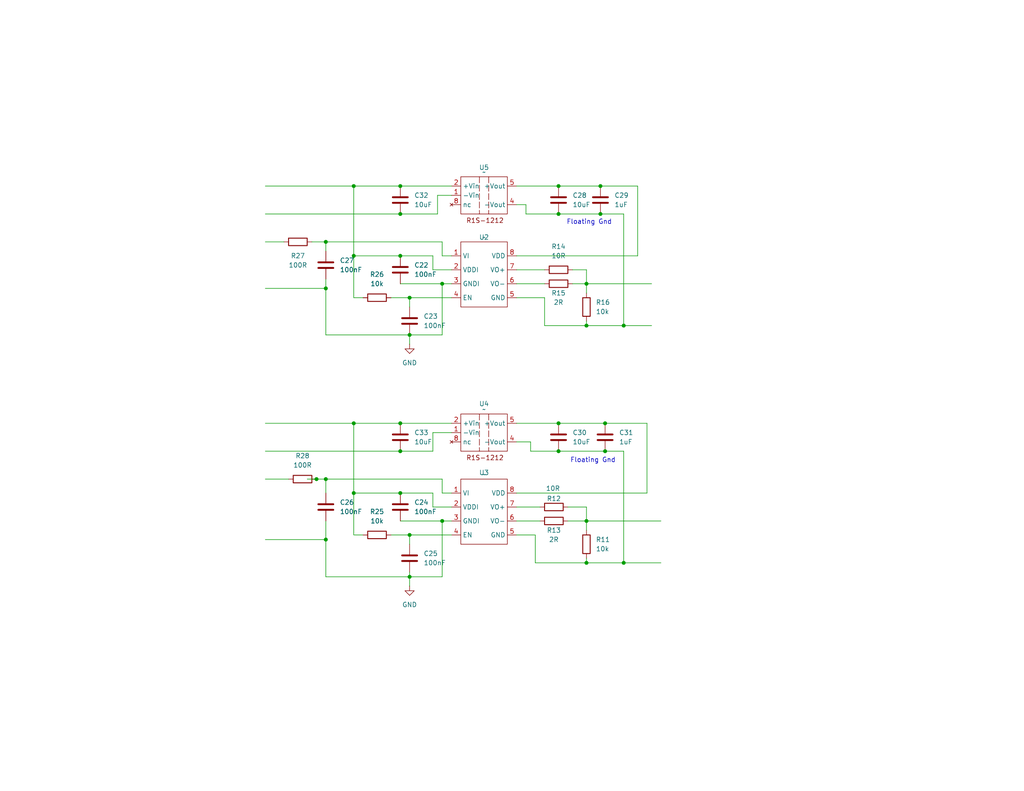
<source format=kicad_sch>
(kicad_sch (version 20231120) (generator "eeschema") (generator_version "8.0")
  (paper "USLetter")
  (title_block (title "Triple Pulse Core Tester") (date "2025-01-31") (rev "0") (comment 4 "Isolated Gate Driver"))
  (lib_symbols
    (symbol "Device:C" (pin_numbers hide) (pin_names (offset 0.254))
      (property "Reference" "C" (at 0.635 2.54 0))
      (property "Value" "C" (at 0.635 -2.54 0))
      (symbol "C_0_1"
        (polyline (pts (xy -2.032 -0.762) (xy 2.032 -0.762)) (stroke (width 0.508)))
        (polyline (pts (xy -2.032 0.762) (xy 2.032 0.762)) (stroke (width 0.508)))
      )
      (symbol "C_1_1"
        (pin passive line (at 0 3.81 270) (length 2.794) (name "~") (number "1"))
        (pin passive line (at 0 -3.81 90) (length 2.794) (name "~") (number "2"))
      )
    )
    (symbol "Device:R" (pin_numbers hide) (pin_names (offset 0))
      (property "Reference" "R" (at 2.032 0 90))
      (property "Value" "R" (at 0 0 90))
      (symbol "R_0_1"
        (rectangle (start -1.016 -2.54) (end 1.016 2.54) (stroke (width 0.254)))
      )
      (symbol "R_1_1"
        (pin passive line (at 0 3.81 270) (length 1.27) (name "~") (number "1"))
        (pin passive line (at 0 -3.81 90) (length 1.27) (name "~") (number "2"))
      )
    )
    (symbol "GS_Library:R1S-1212"
      (property "Reference" "U" (at 0 6.858 0))
      (symbol "R1S-1212_0_1"
        (rectangle (start -6.35 5.08) (end 6.35 -5.08))
      )
      (symbol "R1S-1212_1_1"
        (polyline (pts (xy -1.27 5.08) (xy -1.27 -5.08)) (stroke (width 0) (type dash)))
        (polyline (pts (xy 1.27 5.08) (xy 1.27 -5.08)) (stroke (width 0) (type dash)))
        (text "R1S-1212" (at 0.254 -6.858 0) (effects (font (size 1.27 1.27))))
        (pin power_in line (at -8.89 0 0) (length 2.54) (name "-Vin") (number "1"))
        (pin power_in line (at -8.89 2.54 0) (length 2.54) (name "+Vin") (number "2"))
        (pin power_out line (at 8.89 -2.54 180) (length 2.54) (name "-Vout") (number "4"))
        (pin power_out line (at 8.89 2.54 180) (length 2.54) (name "+Vout") (number "5"))
        (pin no_connect line (at -8.89 -2.54 0) (length 2.54) (name "nc") (number "8"))
      )
    )
    (symbol "GS_Library:Si8271DB"
      (property "Reference" "U" (at -1.27 10.414 0))
      (symbol "Si8271DB_0_1"
        (rectangle (start -6.35 8.89) (end 6.35 -8.89))
      )
      (symbol "Si8271DB_1_1"
        (pin input line (at -8.89 5.08 0) (length 2.54) (name "VI") (number "1"))
        (pin power_in line (at -8.89 1.27 0) (length 2.54) (name "VDDI") (number "2"))
        (pin power_in line (at -8.89 -2.54 0) (length 2.54) (name "GNDI") (number "3"))
        (pin input line (at -8.89 -6.35 0) (length 2.54) (name "EN") (number "4"))
        (pin power_in line (at 8.89 -6.35 180) (length 2.54) (name "GND") (number "5"))
        (pin output line (at 8.89 -2.54 180) (length 2.54) (name "VO-") (number "6"))
        (pin output line (at 8.89 1.27 180) (length 2.54) (name "VO+") (number "7"))
        (pin power_in line (at 8.89 5.08 180) (length 2.54) (name "VDD") (number "8"))
      )
    )
    (symbol "power:GND" (power) (pin_numbers hide) (pin_names (offset 0) hide)
      (property "Value" "GND" (at 0 -3.81 0))
      (symbol "GND_0_1"
        (polyline (pts (xy 0 0) (xy 0 -1.27) (xy 1.27 -1.27) (xy 0 -2.54) (xy -1.27 -1.27) (xy 0 -1.27)))
      )
      (symbol "GND_1_1"
        (pin power_in line (at 0 0 270) (length 0) (name "~") (number "1"))
      )
    )
  )
  (junction (at 111.76 146.05))
  (junction (at 109.22 69.85))
  (junction (at 160.02 88.9))
  (junction (at 109.22 123.19))
  (junction (at 165.1 115.57))
  (junction (at 160.02 77.47))
  (junction (at 96.52 134.62))
  (junction (at 109.22 58.42))
  (junction (at 165.1 123.19))
  (junction (at 96.52 69.85))
  (junction (at 160.02 153.67))
  (junction (at 111.76 91.44))
  (junction (at 109.22 50.8))
  (junction (at 120.65 142.24))
  (junction (at 160.02 142.24))
  (junction (at 88.9 78.74))
  (junction (at 96.52 115.57))
  (junction (at 152.4 58.42))
  (junction (at 96.52 50.8))
  (junction (at 88.9 66.04))
  (junction (at 111.76 157.48))
  (junction (at 88.9 130.81))
  (junction (at 170.18 153.67))
  (junction (at 109.22 115.57))
  (junction (at 163.83 50.8))
  (junction (at 152.4 123.19))
  (junction (at 86.36 130.81))
  (junction (at 152.4 50.8))
  (junction (at 170.18 88.9))
  (junction (at 109.22 134.62))
  (junction (at 152.4 115.57))
  (junction (at 163.83 58.42))
  (junction (at 120.65 77.47))
  (junction (at 111.76 81.28))
  (junction (at 88.9 147.32))
  (wire (pts (xy 109.22 134.62) (xy 96.52 134.62)))
  (wire (pts (xy 72.39 115.57) (xy 96.52 115.57)))
  (wire (pts (xy 88.9 147.32) (xy 88.9 157.48)))
  (wire (pts (xy 88.9 91.44) (xy 111.76 91.44)))
  (wire (pts (xy 120.65 142.24) (xy 120.65 157.48)))
  (wire (pts (xy 72.39 78.74) (xy 88.9 78.74)))
  (wire (pts (xy 72.39 130.81) (xy 78.74 130.81)))
  (wire (pts (xy 123.19 142.24) (xy 120.65 142.24)))
  (wire (pts (xy 154.94 138.43) (xy 160.02 138.43)))
  (wire (pts (xy 118.11 69.85) (xy 118.11 73.66)))
  (wire (pts (xy 120.65 91.44) (xy 120.65 77.47)))
  (wire (pts (xy 146.05 153.67) (xy 160.02 153.67)))
  (wire (pts (xy 152.4 50.8) (xy 163.83 50.8)))
  (wire (pts (xy 160.02 142.24) (xy 180.34 142.24)))
  (wire (pts (xy 111.76 91.44) (xy 120.65 91.44)))
  (wire (pts (xy 118.11 118.11) (xy 123.19 118.11)))
  (wire (pts (xy 140.97 120.65) (xy 144.78 120.65)))
  (wire (pts (xy 123.19 134.62) (xy 120.65 134.62)))
  (wire (pts (xy 106.68 146.05) (xy 111.76 146.05)))
  (wire (pts (xy 160.02 138.43) (xy 160.02 142.24)))
  (wire (pts (xy 111.76 157.48) (xy 111.76 160.02)))
  (wire (pts (xy 120.65 77.47) (xy 123.19 77.47)))
  (wire (pts (xy 119.38 53.34) (xy 123.19 53.34)))
  (wire (pts (xy 106.68 81.28) (xy 111.76 81.28)))
  (wire (pts (xy 118.11 134.62) (xy 118.11 138.43)))
  (wire (pts (xy 88.9 130.81) (xy 88.9 134.62)))
  (wire (pts (xy 144.78 120.65) (xy 144.78 123.19)))
  (wire (pts (xy 152.4 58.42) (xy 163.83 58.42)))
  (wire (pts (xy 111.76 156.21) (xy 111.76 157.48)))
  (wire (pts (xy 96.52 50.8) (xy 96.52 69.85)))
  (wire (pts (xy 96.52 81.28) (xy 99.06 81.28)))
  (wire (pts (xy 140.97 77.47) (xy 148.59 77.47)))
  (wire (pts (xy 111.76 91.44) (xy 111.76 93.98)))
  (wire (pts (xy 96.52 115.57) (xy 96.52 134.62)))
  (wire (pts (xy 118.11 73.66) (xy 123.19 73.66)))
  (wire (pts (xy 160.02 152.4) (xy 160.02 153.67)))
  (wire (pts (xy 165.1 123.19) (xy 170.18 123.19)))
  (wire (pts (xy 140.97 146.05) (xy 146.05 146.05)))
  (wire (pts (xy 111.76 81.28) (xy 111.76 83.82)))
  (wire (pts (xy 148.59 81.28) (xy 148.59 88.9)))
  (wire (pts (xy 160.02 142.24) (xy 160.02 144.78)))
  (wire (pts (xy 156.21 77.47) (xy 160.02 77.47)))
  (wire (pts (xy 88.9 76.2) (xy 88.9 78.74)))
  (wire (pts (xy 109.22 50.8) (xy 123.19 50.8)))
  (wire (pts (xy 118.11 118.11) (xy 118.11 123.19)))
  (wire (pts (xy 119.38 58.42) (xy 119.38 53.34)))
  (wire (pts (xy 140.97 115.57) (xy 152.4 115.57)))
  (wire (pts (xy 123.19 69.85) (xy 120.65 69.85)))
  (wire (pts (xy 140.97 81.28) (xy 148.59 81.28)))
  (wire (pts (xy 160.02 153.67) (xy 170.18 153.67)))
  (wire (pts (xy 86.36 130.81) (xy 88.9 130.81)))
  (wire (pts (xy 140.97 73.66) (xy 148.59 73.66)))
  (wire (pts (xy 111.76 146.05) (xy 123.19 146.05)))
  (wire (pts (xy 146.05 146.05) (xy 146.05 153.67)))
  (wire (pts (xy 140.97 142.24) (xy 147.32 142.24)))
  (wire (pts (xy 109.22 77.47) (xy 120.65 77.47)))
  (wire (pts (xy 120.65 69.85) (xy 120.65 66.04)))
  (wire (pts (xy 163.83 50.8) (xy 173.99 50.8)))
  (wire (pts (xy 83.82 130.81) (xy 86.36 130.81)))
  (wire (pts (xy 148.59 88.9) (xy 160.02 88.9)))
  (wire (pts (xy 165.1 115.57) (xy 176.53 115.57)))
  (wire (pts (xy 109.22 142.24) (xy 120.65 142.24)))
  (wire (pts (xy 88.9 78.74) (xy 88.9 91.44)))
  (wire (pts (xy 140.97 50.8) (xy 152.4 50.8)))
  (wire (pts (xy 109.22 69.85) (xy 118.11 69.85)))
  (wire (pts (xy 109.22 115.57) (xy 123.19 115.57)))
  (wire (pts (xy 143.51 55.88) (xy 143.51 58.42)))
  (wire (pts (xy 154.94 142.24) (xy 160.02 142.24)))
  (wire (pts (xy 120.65 134.62) (xy 120.65 130.81)))
  (wire (pts (xy 109.22 69.85) (xy 96.52 69.85)))
  (wire (pts (xy 170.18 58.42) (xy 170.18 88.9)))
  (wire (pts (xy 96.52 50.8) (xy 109.22 50.8)))
  (wire (pts (xy 152.4 123.19) (xy 165.1 123.19)))
  (wire (pts (xy 111.76 81.28) (xy 123.19 81.28)))
  (wire (pts (xy 160.02 73.66) (xy 160.02 77.47)))
  (wire (pts (xy 170.18 153.67) (xy 180.34 153.67)))
  (wire (pts (xy 72.39 58.42) (xy 109.22 58.42)))
  (wire (pts (xy 176.53 115.57) (xy 176.53 134.62)))
  (wire (pts (xy 96.52 146.05) (xy 99.06 146.05)))
  (wire (pts (xy 109.22 58.42) (xy 119.38 58.42)))
  (wire (pts (xy 163.83 58.42) (xy 170.18 58.42)))
  (wire (pts (xy 109.22 134.62) (xy 118.11 134.62)))
  (wire (pts (xy 156.21 73.66) (xy 160.02 73.66)))
  (wire (pts (xy 140.97 138.43) (xy 147.32 138.43)))
  (wire (pts (xy 72.39 147.32) (xy 88.9 147.32)))
  (wire (pts (xy 140.97 55.88) (xy 143.51 55.88)))
  (wire (pts (xy 96.52 69.85) (xy 96.52 81.28)))
  (wire (pts (xy 72.39 66.04) (xy 77.47 66.04)))
  (wire (pts (xy 88.9 66.04) (xy 120.65 66.04)))
  (wire (pts (xy 88.9 157.48) (xy 111.76 157.48)))
  (wire (pts (xy 111.76 157.48) (xy 120.65 157.48)))
  (wire (pts (xy 160.02 88.9) (xy 170.18 88.9)))
  (wire (pts (xy 170.18 123.19) (xy 170.18 153.67)))
  (wire (pts (xy 152.4 115.57) (xy 165.1 115.57)))
  (wire (pts (xy 96.52 134.62) (xy 96.52 146.05)))
  (wire (pts (xy 176.53 134.62) (xy 140.97 134.62)))
  (wire (pts (xy 170.18 88.9) (xy 177.8 88.9)))
  (wire (pts (xy 173.99 69.85) (xy 140.97 69.85)))
  (wire (pts (xy 160.02 87.63) (xy 160.02 88.9)))
  (wire (pts (xy 88.9 66.04) (xy 88.9 68.58)))
  (wire (pts (xy 144.78 123.19) (xy 152.4 123.19)))
  (wire (pts (xy 72.39 50.8) (xy 96.52 50.8)))
  (wire (pts (xy 173.99 50.8) (xy 173.99 69.85)))
  (wire (pts (xy 160.02 77.47) (xy 160.02 80.01)))
  (wire (pts (xy 143.51 58.42) (xy 152.4 58.42)))
  (wire (pts (xy 160.02 77.47) (xy 177.8 77.47)))
  (wire (pts (xy 88.9 142.24) (xy 88.9 147.32)))
  (wire (pts (xy 118.11 138.43) (xy 123.19 138.43)))
  (wire (pts (xy 88.9 130.81) (xy 120.65 130.81)))
  (wire (pts (xy 96.52 115.57) (xy 109.22 115.57)))
  (wire (pts (xy 72.39 123.19) (xy 109.22 123.19)))
  (wire (pts (xy 109.22 123.19) (xy 118.11 123.19)))
  (wire (pts (xy 85.09 66.04) (xy 88.9 66.04)))
  (wire (pts (xy 111.76 146.05) (xy 111.76 148.59)))
  (text "Floating Gnd" (at 160.782 60.706 0) (effects (font (size 1.27 1.27))))
  (text "Floating Gnd" (at 161.798 125.73 0) (effects (font (size 1.27 1.27))))
  (symbol (lib_id "Device:C") (at 109.22 138.43 0) (unit 1)
    (property "Reference" "C24" (at 113.03 137.1599 0) (effects (justify left)))
    (property "Value" "100nF" (at 113.03 139.6999 0) (effects (justify left)))
    (property "Footprint" "Capacitor_SMD:C_0805_2012Metric" (effects (hide yes)))
    (property "Description" "Unpolarized capacitor" (effects (hide yes)))
  )
  (symbol (lib_id "Device:C") (at 109.22 119.38 0) (unit 1)
    (property "Reference" "C33" (at 113.03 118.1099 0) (effects (justify left)))
    (property "Value" "10uF" (at 113.03 120.6499 0) (effects (justify left)))
    (property "Footprint" "Capacitor_SMD:C_0805_2012Metric" (effects (hide yes)))
    (property "Description" "Unpolarized capacitor" (effects (hide yes)))
  )
  (symbol (lib_id "Device:C") (at 165.1 119.38 0) (unit 1)
    (property "Reference" "C31" (at 168.91 118.1099 0) (effects (justify left)))
    (property "Value" "1uF" (at 168.91 120.6499 0) (effects (justify left)))
    (property "Footprint" "Capacitor_SMD:C_0805_2012Metric" (effects (hide yes)))
    (property "Description" "Unpolarized capacitor" (effects (hide yes)))
  )
  (symbol (lib_id "Device:C") (at 88.9 138.43 0) (unit 1)
    (property "Reference" "C26" (at 92.71 137.1599 0) (effects (justify left)))
    (property "Value" "100nF" (at 92.71 139.6999 0) (effects (justify left)))
    (property "Footprint" "Capacitor_SMD:C_0805_2012Metric" (effects (hide yes)))
    (property "Description" "Unpolarized capacitor" (effects (hide yes)))
  )
  (symbol (lib_id "Device:C") (at 111.76 87.63 0) (unit 1)
    (property "Reference" "C23" (at 115.57 86.3599 0) (effects (justify left)))
    (property "Value" "100nF" (at 115.57 88.8999 0) (effects (justify left)))
    (property "Footprint" "Capacitor_SMD:C_0805_2012Metric" (effects (hide yes)))
    (property "Description" "Unpolarized capacitor" (effects (hide yes)))
  )
  (symbol (lib_id "Device:R") (at 160.02 148.59 0) (unit 1)
    (property "Reference" "R11" (at 162.56 147.3199 0) (effects (justify left)))
    (property "Value" "10k" (at 162.56 149.8599 0) (effects (justify left)))
    (property "Footprint" "Resistor_SMD:R_0805_2012Metric" (effects (hide yes)))
    (property "Description" "Resistor" (effects (hide yes)))
  )
  (symbol (lib_id "Device:R") (at 160.02 83.82 0) (unit 1)
    (property "Reference" "R16" (at 162.56 82.5499 0) (effects (justify left)))
    (property "Value" "10k" (at 162.56 85.0899 0) (effects (justify left)))
    (property "Footprint" "Resistor_SMD:R_0805_2012Metric" (effects (hide yes)))
    (property "Description" "Resistor" (effects (hide yes)))
  )
  (symbol (lib_id "Device:C") (at 109.22 73.66 0) (unit 1)
    (property "Reference" "C22" (at 113.03 72.3899 0) (effects (justify left)))
    (property "Value" "100nF" (at 113.03 74.9299 0) (effects (justify left)))
    (property "Footprint" "Capacitor_SMD:C_0805_2012Metric" (effects (hide yes)))
    (property "Description" "Unpolarized capacitor" (effects (hide yes)))
  )
  (symbol (lib_id "Device:R") (at 81.28 66.04 90) (unit 1)
    (property "Reference" "R27" (at 81.28 69.85 90))
    (property "Value" "100R" (at 81.28 72.39 90))
    (property "Footprint" "Resistor_SMD:R_0805_2012Metric" (effects (hide yes)))
    (property "Description" "Resistor" (effects (hide yes)))
  )
  (symbol (lib_id "Device:R") (at 151.13 138.43 90) (unit 1)
    (property "Reference" "R12" (at 151.13 136.144 90))
    (property "Value" "10R" (at 150.876 133.35 90))
    (property "Footprint" "Resistor_SMD:R_0805_2012Metric" (effects (hide yes)))
    (property "Description" "Resistor" (effects (hide yes)))
  )
  (symbol (lib_id "power:GND") (at 111.76 93.98 0) (unit 1)
    (property "Reference" "#PWR015" (effects (hide yes)))
    (property "Value" "GND" (at 111.76 99.06 0))
    (property "Description" "Power symbol creates a global label with name \"GND\" , ground" (effects (hide yes)))
  )
  (symbol (lib_id "GS_Library:R1S-1212") (at 132.08 118.11 0) (unit 1)
    (property "Reference" "U4" (at 132.08 110.236 0))
    (property "Value" "~" (at 132.08 111.76 0))
    (property "Footprint" "GS_Library:5_pin_single_smd" (effects (hide yes)))
  )
  (symbol (lib_id "Device:R") (at 151.13 142.24 90) (unit 1)
    (property "Reference" "R13" (at 151.13 144.78 90))
    (property "Value" "2R" (at 151.13 147.32 90))
    (property "Footprint" "Resistor_SMD:R_0805_2012Metric" (effects (hide yes)))
    (property "Description" "Resistor" (effects (hide yes)))
  )
  (symbol (lib_id "Device:C") (at 163.83 54.61 0) (unit 1)
    (property "Reference" "C29" (at 167.64 53.3399 0) (effects (justify left)))
    (property "Value" "1uF" (at 167.64 55.8799 0) (effects (justify left)))
    (property "Footprint" "Capacitor_SMD:C_0805_2012Metric" (effects (hide yes)))
    (property "Description" "Unpolarized capacitor" (effects (hide yes)))
  )
  (symbol (lib_id "Device:R") (at 152.4 73.66 90) (unit 1)
    (property "Reference" "R14" (at 152.4 67.31 90))
    (property "Value" "10R" (at 152.4 69.85 90))
    (property "Footprint" "Resistor_SMD:R_0805_2012Metric" (effects (hide yes)))
    (property "Description" "Resistor" (effects (hide yes)))
  )
  (symbol (lib_id "Device:C") (at 88.9 72.39 0) (unit 1)
    (property "Reference" "C27" (at 92.71 71.1199 0) (effects (justify left)))
    (property "Value" "100nF" (at 92.71 73.6599 0) (effects (justify left)))
    (property "Footprint" "Capacitor_SMD:C_0805_2012Metric" (effects (hide yes)))
    (property "Description" "Unpolarized capacitor" (effects (hide yes)))
  )
  (symbol (lib_id "Device:C") (at 109.22 54.61 0) (unit 1)
    (property "Reference" "C32" (at 113.03 53.3399 0) (effects (justify left)))
    (property "Value" "10uF" (at 113.03 55.8799 0) (effects (justify left)))
    (property "Footprint" "Capacitor_SMD:C_0805_2012Metric" (effects (hide yes)))
    (property "Description" "Unpolarized capacitor" (effects (hide yes)))
  )
  (symbol (lib_id "Device:R") (at 82.55 130.81 90) (unit 1)
    (property "Reference" "R28" (at 82.55 124.46 90))
    (property "Value" "100R" (at 82.55 127 90))
    (property "Footprint" "Resistor_SMD:R_0805_2012Metric" (effects (hide yes)))
    (property "Description" "Resistor" (effects (hide yes)))
  )
  (symbol (lib_id "GS_Library:R1S-1212") (at 132.08 53.34 0) (unit 1)
    (property "Reference" "U5" (at 132.08 45.72 0))
    (property "Value" "~" (at 132.08 46.99 0))
    (property "Footprint" "GS_Library:5_pin_single_smd" (effects (hide yes)))
  )
  (symbol (lib_id "Device:C") (at 152.4 119.38 0) (unit 1)
    (property "Reference" "C30" (at 156.21 118.1099 0) (effects (justify left)))
    (property "Value" "10uF" (at 156.21 120.6499 0) (effects (justify left)))
    (property "Footprint" "Capacitor_SMD:C_0805_2012Metric" (effects (hide yes)))
    (property "Description" "Unpolarized capacitor" (effects (hide yes)))
  )
  (symbol (lib_id "GS_Library:Si8271DB") (at 132.08 74.93 0) (unit 1)
    (property "Reference" "U2" (at 132.08 64.77 0))
    (property "Value" "~" (at 132.08 64.77 0))
    (property "Footprint" "Package_SO:SOIC-8_3.9x4.9mm_P1.27mm" (effects (hide yes)))
  )
  (symbol (lib_id "Device:C") (at 111.76 152.4 0) (unit 1)
    (property "Reference" "C25" (at 115.57 151.1299 0) (effects (justify left)))
    (property "Value" "100nF" (at 115.57 153.6699 0) (effects (justify left)))
    (property "Footprint" "Capacitor_SMD:C_0805_2012Metric" (effects (hide yes)))
    (property "Description" "Unpolarized capacitor" (effects (hide yes)))
  )
  (symbol (lib_id "Device:R") (at 102.87 81.28 90) (unit 1)
    (property "Reference" "R26" (at 102.87 74.93 90))
    (property "Value" "10k" (at 102.87 77.47 90))
    (property "Footprint" "Resistor_SMD:R_0805_2012Metric" (effects (hide yes)))
    (property "Description" "Resistor" (effects (hide yes)))
  )
  (symbol (lib_id "GS_Library:Si8271DB") (at 132.08 139.7 0) (unit 1)
    (property "Reference" "U3" (at 132.08 129.032 0))
    (property "Value" "~" (at 132.08 129.54 0))
    (property "Footprint" "Package_SO:SOIC-8_3.9x4.9mm_P1.27mm" (effects (hide yes)))
  )
  (symbol (lib_id "Device:C") (at 152.4 54.61 0) (unit 1)
    (property "Reference" "C28" (at 156.21 53.3399 0) (effects (justify left)))
    (property "Value" "10uF" (at 156.21 55.8799 0) (effects (justify left)))
    (property "Footprint" "Capacitor_SMD:C_0805_2012Metric" (effects (hide yes)))
    (property "Description" "Unpolarized capacitor" (effects (hide yes)))
  )
  (symbol (lib_id "Device:R") (at 102.87 146.05 90) (unit 1)
    (property "Reference" "R25" (at 102.87 139.7 90))
    (property "Value" "10k" (at 102.87 142.24 90))
    (property "Footprint" "Resistor_SMD:R_0805_2012Metric" (effects (hide yes)))
    (property "Description" "Resistor" (effects (hide yes)))
  )
  (symbol (lib_id "Device:R") (at 152.4 77.47 90) (unit 1)
    (property "Reference" "R15" (at 152.4 80.01 90))
    (property "Value" "2R" (at 152.4 82.55 90))
    (property "Footprint" "Resistor_SMD:R_0805_2012Metric" (effects (hide yes)))
    (property "Description" "Resistor" (effects (hide yes)))
  )
  (symbol (lib_id "power:GND") (at 111.76 160.02 0) (unit 1)
    (property "Reference" "#PWR016" (effects (hide yes)))
    (property "Value" "GND" (at 111.76 165.1 0))
    (property "Description" "Power symbol creates a global label with name \"GND\" , ground" (effects (hide yes)))
  )
)
</source>
